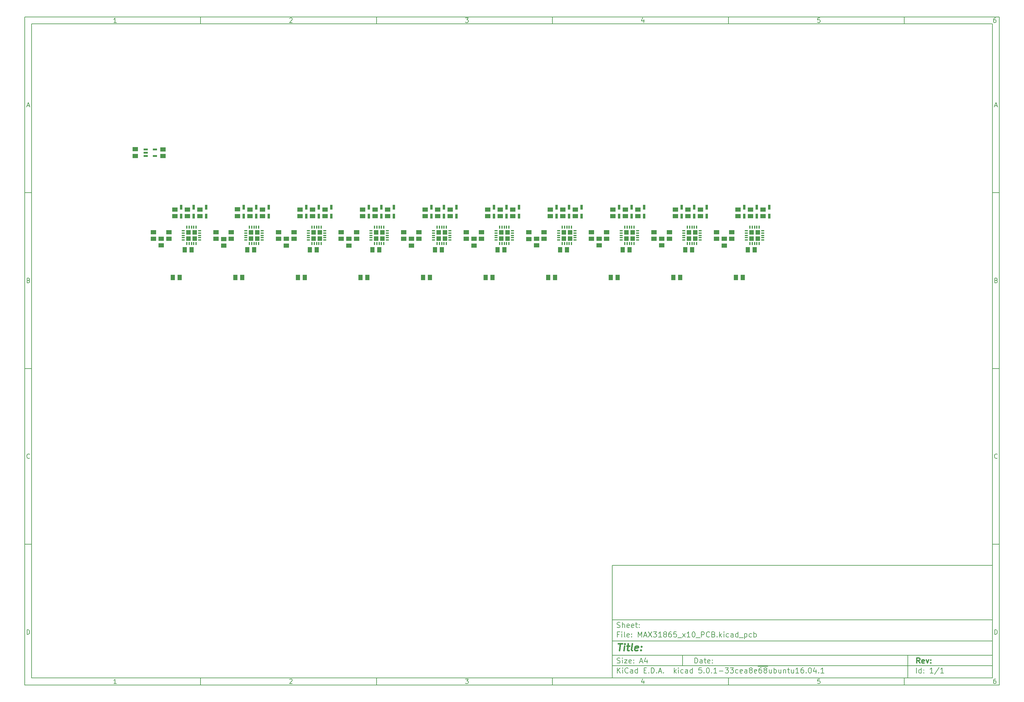
<source format=gbr>
G04 #@! TF.GenerationSoftware,KiCad,Pcbnew,5.0.1-33cea8e~68~ubuntu16.04.1*
G04 #@! TF.CreationDate,2018-10-23T13:55:12+02:00*
G04 #@! TF.ProjectId,MAX31865_x10_PCB,4D415833313836355F7831305F504342,rev?*
G04 #@! TF.SameCoordinates,Original*
G04 #@! TF.FileFunction,Paste,Top*
G04 #@! TF.FilePolarity,Positive*
%FSLAX46Y46*%
G04 Gerber Fmt 4.6, Leading zero omitted, Abs format (unit mm)*
G04 Created by KiCad (PCBNEW 5.0.1-33cea8e~68~ubuntu16.04.1) date Tue 23 Oct 2018 01:55:12 PM CEST*
%MOMM*%
%LPD*%
G01*
G04 APERTURE LIST*
%ADD10C,0.100000*%
%ADD11C,0.150000*%
%ADD12C,0.300000*%
%ADD13C,0.400000*%
%ADD14R,1.500000X1.240000*%
%ADD15R,1.240000X1.500000*%
%ADD16R,0.800000X1.350000*%
%ADD17R,1.200000X0.550000*%
%ADD18R,0.350000X0.950000*%
%ADD19R,0.950000X0.350000*%
G04 APERTURE END LIST*
D10*
D11*
X177002200Y-166007200D02*
X177002200Y-198007200D01*
X285002200Y-198007200D01*
X285002200Y-166007200D01*
X177002200Y-166007200D01*
D10*
D11*
X10000000Y-10000000D02*
X10000000Y-200007200D01*
X287002200Y-200007200D01*
X287002200Y-10000000D01*
X10000000Y-10000000D01*
D10*
D11*
X12000000Y-12000000D02*
X12000000Y-198007200D01*
X285002200Y-198007200D01*
X285002200Y-12000000D01*
X12000000Y-12000000D01*
D10*
D11*
X60000000Y-12000000D02*
X60000000Y-10000000D01*
D10*
D11*
X110000000Y-12000000D02*
X110000000Y-10000000D01*
D10*
D11*
X160000000Y-12000000D02*
X160000000Y-10000000D01*
D10*
D11*
X210000000Y-12000000D02*
X210000000Y-10000000D01*
D10*
D11*
X260000000Y-12000000D02*
X260000000Y-10000000D01*
D10*
D11*
X36065476Y-11588095D02*
X35322619Y-11588095D01*
X35694047Y-11588095D02*
X35694047Y-10288095D01*
X35570238Y-10473809D01*
X35446428Y-10597619D01*
X35322619Y-10659523D01*
D10*
D11*
X85322619Y-10411904D02*
X85384523Y-10350000D01*
X85508333Y-10288095D01*
X85817857Y-10288095D01*
X85941666Y-10350000D01*
X86003571Y-10411904D01*
X86065476Y-10535714D01*
X86065476Y-10659523D01*
X86003571Y-10845238D01*
X85260714Y-11588095D01*
X86065476Y-11588095D01*
D10*
D11*
X135260714Y-10288095D02*
X136065476Y-10288095D01*
X135632142Y-10783333D01*
X135817857Y-10783333D01*
X135941666Y-10845238D01*
X136003571Y-10907142D01*
X136065476Y-11030952D01*
X136065476Y-11340476D01*
X136003571Y-11464285D01*
X135941666Y-11526190D01*
X135817857Y-11588095D01*
X135446428Y-11588095D01*
X135322619Y-11526190D01*
X135260714Y-11464285D01*
D10*
D11*
X185941666Y-10721428D02*
X185941666Y-11588095D01*
X185632142Y-10226190D02*
X185322619Y-11154761D01*
X186127380Y-11154761D01*
D10*
D11*
X236003571Y-10288095D02*
X235384523Y-10288095D01*
X235322619Y-10907142D01*
X235384523Y-10845238D01*
X235508333Y-10783333D01*
X235817857Y-10783333D01*
X235941666Y-10845238D01*
X236003571Y-10907142D01*
X236065476Y-11030952D01*
X236065476Y-11340476D01*
X236003571Y-11464285D01*
X235941666Y-11526190D01*
X235817857Y-11588095D01*
X235508333Y-11588095D01*
X235384523Y-11526190D01*
X235322619Y-11464285D01*
D10*
D11*
X285941666Y-10288095D02*
X285694047Y-10288095D01*
X285570238Y-10350000D01*
X285508333Y-10411904D01*
X285384523Y-10597619D01*
X285322619Y-10845238D01*
X285322619Y-11340476D01*
X285384523Y-11464285D01*
X285446428Y-11526190D01*
X285570238Y-11588095D01*
X285817857Y-11588095D01*
X285941666Y-11526190D01*
X286003571Y-11464285D01*
X286065476Y-11340476D01*
X286065476Y-11030952D01*
X286003571Y-10907142D01*
X285941666Y-10845238D01*
X285817857Y-10783333D01*
X285570238Y-10783333D01*
X285446428Y-10845238D01*
X285384523Y-10907142D01*
X285322619Y-11030952D01*
D10*
D11*
X60000000Y-198007200D02*
X60000000Y-200007200D01*
D10*
D11*
X110000000Y-198007200D02*
X110000000Y-200007200D01*
D10*
D11*
X160000000Y-198007200D02*
X160000000Y-200007200D01*
D10*
D11*
X210000000Y-198007200D02*
X210000000Y-200007200D01*
D10*
D11*
X260000000Y-198007200D02*
X260000000Y-200007200D01*
D10*
D11*
X36065476Y-199595295D02*
X35322619Y-199595295D01*
X35694047Y-199595295D02*
X35694047Y-198295295D01*
X35570238Y-198481009D01*
X35446428Y-198604819D01*
X35322619Y-198666723D01*
D10*
D11*
X85322619Y-198419104D02*
X85384523Y-198357200D01*
X85508333Y-198295295D01*
X85817857Y-198295295D01*
X85941666Y-198357200D01*
X86003571Y-198419104D01*
X86065476Y-198542914D01*
X86065476Y-198666723D01*
X86003571Y-198852438D01*
X85260714Y-199595295D01*
X86065476Y-199595295D01*
D10*
D11*
X135260714Y-198295295D02*
X136065476Y-198295295D01*
X135632142Y-198790533D01*
X135817857Y-198790533D01*
X135941666Y-198852438D01*
X136003571Y-198914342D01*
X136065476Y-199038152D01*
X136065476Y-199347676D01*
X136003571Y-199471485D01*
X135941666Y-199533390D01*
X135817857Y-199595295D01*
X135446428Y-199595295D01*
X135322619Y-199533390D01*
X135260714Y-199471485D01*
D10*
D11*
X185941666Y-198728628D02*
X185941666Y-199595295D01*
X185632142Y-198233390D02*
X185322619Y-199161961D01*
X186127380Y-199161961D01*
D10*
D11*
X236003571Y-198295295D02*
X235384523Y-198295295D01*
X235322619Y-198914342D01*
X235384523Y-198852438D01*
X235508333Y-198790533D01*
X235817857Y-198790533D01*
X235941666Y-198852438D01*
X236003571Y-198914342D01*
X236065476Y-199038152D01*
X236065476Y-199347676D01*
X236003571Y-199471485D01*
X235941666Y-199533390D01*
X235817857Y-199595295D01*
X235508333Y-199595295D01*
X235384523Y-199533390D01*
X235322619Y-199471485D01*
D10*
D11*
X285941666Y-198295295D02*
X285694047Y-198295295D01*
X285570238Y-198357200D01*
X285508333Y-198419104D01*
X285384523Y-198604819D01*
X285322619Y-198852438D01*
X285322619Y-199347676D01*
X285384523Y-199471485D01*
X285446428Y-199533390D01*
X285570238Y-199595295D01*
X285817857Y-199595295D01*
X285941666Y-199533390D01*
X286003571Y-199471485D01*
X286065476Y-199347676D01*
X286065476Y-199038152D01*
X286003571Y-198914342D01*
X285941666Y-198852438D01*
X285817857Y-198790533D01*
X285570238Y-198790533D01*
X285446428Y-198852438D01*
X285384523Y-198914342D01*
X285322619Y-199038152D01*
D10*
D11*
X10000000Y-60000000D02*
X12000000Y-60000000D01*
D10*
D11*
X10000000Y-110000000D02*
X12000000Y-110000000D01*
D10*
D11*
X10000000Y-160000000D02*
X12000000Y-160000000D01*
D10*
D11*
X10690476Y-35216666D02*
X11309523Y-35216666D01*
X10566666Y-35588095D02*
X11000000Y-34288095D01*
X11433333Y-35588095D01*
D10*
D11*
X11092857Y-84907142D02*
X11278571Y-84969047D01*
X11340476Y-85030952D01*
X11402380Y-85154761D01*
X11402380Y-85340476D01*
X11340476Y-85464285D01*
X11278571Y-85526190D01*
X11154761Y-85588095D01*
X10659523Y-85588095D01*
X10659523Y-84288095D01*
X11092857Y-84288095D01*
X11216666Y-84350000D01*
X11278571Y-84411904D01*
X11340476Y-84535714D01*
X11340476Y-84659523D01*
X11278571Y-84783333D01*
X11216666Y-84845238D01*
X11092857Y-84907142D01*
X10659523Y-84907142D01*
D10*
D11*
X11402380Y-135464285D02*
X11340476Y-135526190D01*
X11154761Y-135588095D01*
X11030952Y-135588095D01*
X10845238Y-135526190D01*
X10721428Y-135402380D01*
X10659523Y-135278571D01*
X10597619Y-135030952D01*
X10597619Y-134845238D01*
X10659523Y-134597619D01*
X10721428Y-134473809D01*
X10845238Y-134350000D01*
X11030952Y-134288095D01*
X11154761Y-134288095D01*
X11340476Y-134350000D01*
X11402380Y-134411904D01*
D10*
D11*
X10659523Y-185588095D02*
X10659523Y-184288095D01*
X10969047Y-184288095D01*
X11154761Y-184350000D01*
X11278571Y-184473809D01*
X11340476Y-184597619D01*
X11402380Y-184845238D01*
X11402380Y-185030952D01*
X11340476Y-185278571D01*
X11278571Y-185402380D01*
X11154761Y-185526190D01*
X10969047Y-185588095D01*
X10659523Y-185588095D01*
D10*
D11*
X287002200Y-60000000D02*
X285002200Y-60000000D01*
D10*
D11*
X287002200Y-110000000D02*
X285002200Y-110000000D01*
D10*
D11*
X287002200Y-160000000D02*
X285002200Y-160000000D01*
D10*
D11*
X285692676Y-35216666D02*
X286311723Y-35216666D01*
X285568866Y-35588095D02*
X286002200Y-34288095D01*
X286435533Y-35588095D01*
D10*
D11*
X286095057Y-84907142D02*
X286280771Y-84969047D01*
X286342676Y-85030952D01*
X286404580Y-85154761D01*
X286404580Y-85340476D01*
X286342676Y-85464285D01*
X286280771Y-85526190D01*
X286156961Y-85588095D01*
X285661723Y-85588095D01*
X285661723Y-84288095D01*
X286095057Y-84288095D01*
X286218866Y-84350000D01*
X286280771Y-84411904D01*
X286342676Y-84535714D01*
X286342676Y-84659523D01*
X286280771Y-84783333D01*
X286218866Y-84845238D01*
X286095057Y-84907142D01*
X285661723Y-84907142D01*
D10*
D11*
X286404580Y-135464285D02*
X286342676Y-135526190D01*
X286156961Y-135588095D01*
X286033152Y-135588095D01*
X285847438Y-135526190D01*
X285723628Y-135402380D01*
X285661723Y-135278571D01*
X285599819Y-135030952D01*
X285599819Y-134845238D01*
X285661723Y-134597619D01*
X285723628Y-134473809D01*
X285847438Y-134350000D01*
X286033152Y-134288095D01*
X286156961Y-134288095D01*
X286342676Y-134350000D01*
X286404580Y-134411904D01*
D10*
D11*
X285661723Y-185588095D02*
X285661723Y-184288095D01*
X285971247Y-184288095D01*
X286156961Y-184350000D01*
X286280771Y-184473809D01*
X286342676Y-184597619D01*
X286404580Y-184845238D01*
X286404580Y-185030952D01*
X286342676Y-185278571D01*
X286280771Y-185402380D01*
X286156961Y-185526190D01*
X285971247Y-185588095D01*
X285661723Y-185588095D01*
D10*
D11*
X200434342Y-193785771D02*
X200434342Y-192285771D01*
X200791485Y-192285771D01*
X201005771Y-192357200D01*
X201148628Y-192500057D01*
X201220057Y-192642914D01*
X201291485Y-192928628D01*
X201291485Y-193142914D01*
X201220057Y-193428628D01*
X201148628Y-193571485D01*
X201005771Y-193714342D01*
X200791485Y-193785771D01*
X200434342Y-193785771D01*
X202577200Y-193785771D02*
X202577200Y-193000057D01*
X202505771Y-192857200D01*
X202362914Y-192785771D01*
X202077200Y-192785771D01*
X201934342Y-192857200D01*
X202577200Y-193714342D02*
X202434342Y-193785771D01*
X202077200Y-193785771D01*
X201934342Y-193714342D01*
X201862914Y-193571485D01*
X201862914Y-193428628D01*
X201934342Y-193285771D01*
X202077200Y-193214342D01*
X202434342Y-193214342D01*
X202577200Y-193142914D01*
X203077200Y-192785771D02*
X203648628Y-192785771D01*
X203291485Y-192285771D02*
X203291485Y-193571485D01*
X203362914Y-193714342D01*
X203505771Y-193785771D01*
X203648628Y-193785771D01*
X204720057Y-193714342D02*
X204577200Y-193785771D01*
X204291485Y-193785771D01*
X204148628Y-193714342D01*
X204077200Y-193571485D01*
X204077200Y-193000057D01*
X204148628Y-192857200D01*
X204291485Y-192785771D01*
X204577200Y-192785771D01*
X204720057Y-192857200D01*
X204791485Y-193000057D01*
X204791485Y-193142914D01*
X204077200Y-193285771D01*
X205434342Y-193642914D02*
X205505771Y-193714342D01*
X205434342Y-193785771D01*
X205362914Y-193714342D01*
X205434342Y-193642914D01*
X205434342Y-193785771D01*
X205434342Y-192857200D02*
X205505771Y-192928628D01*
X205434342Y-193000057D01*
X205362914Y-192928628D01*
X205434342Y-192857200D01*
X205434342Y-193000057D01*
D10*
D11*
X177002200Y-194507200D02*
X285002200Y-194507200D01*
D10*
D11*
X178434342Y-196585771D02*
X178434342Y-195085771D01*
X179291485Y-196585771D02*
X178648628Y-195728628D01*
X179291485Y-195085771D02*
X178434342Y-195942914D01*
X179934342Y-196585771D02*
X179934342Y-195585771D01*
X179934342Y-195085771D02*
X179862914Y-195157200D01*
X179934342Y-195228628D01*
X180005771Y-195157200D01*
X179934342Y-195085771D01*
X179934342Y-195228628D01*
X181505771Y-196442914D02*
X181434342Y-196514342D01*
X181220057Y-196585771D01*
X181077200Y-196585771D01*
X180862914Y-196514342D01*
X180720057Y-196371485D01*
X180648628Y-196228628D01*
X180577200Y-195942914D01*
X180577200Y-195728628D01*
X180648628Y-195442914D01*
X180720057Y-195300057D01*
X180862914Y-195157200D01*
X181077200Y-195085771D01*
X181220057Y-195085771D01*
X181434342Y-195157200D01*
X181505771Y-195228628D01*
X182791485Y-196585771D02*
X182791485Y-195800057D01*
X182720057Y-195657200D01*
X182577200Y-195585771D01*
X182291485Y-195585771D01*
X182148628Y-195657200D01*
X182791485Y-196514342D02*
X182648628Y-196585771D01*
X182291485Y-196585771D01*
X182148628Y-196514342D01*
X182077200Y-196371485D01*
X182077200Y-196228628D01*
X182148628Y-196085771D01*
X182291485Y-196014342D01*
X182648628Y-196014342D01*
X182791485Y-195942914D01*
X184148628Y-196585771D02*
X184148628Y-195085771D01*
X184148628Y-196514342D02*
X184005771Y-196585771D01*
X183720057Y-196585771D01*
X183577200Y-196514342D01*
X183505771Y-196442914D01*
X183434342Y-196300057D01*
X183434342Y-195871485D01*
X183505771Y-195728628D01*
X183577200Y-195657200D01*
X183720057Y-195585771D01*
X184005771Y-195585771D01*
X184148628Y-195657200D01*
X186005771Y-195800057D02*
X186505771Y-195800057D01*
X186720057Y-196585771D02*
X186005771Y-196585771D01*
X186005771Y-195085771D01*
X186720057Y-195085771D01*
X187362914Y-196442914D02*
X187434342Y-196514342D01*
X187362914Y-196585771D01*
X187291485Y-196514342D01*
X187362914Y-196442914D01*
X187362914Y-196585771D01*
X188077200Y-196585771D02*
X188077200Y-195085771D01*
X188434342Y-195085771D01*
X188648628Y-195157200D01*
X188791485Y-195300057D01*
X188862914Y-195442914D01*
X188934342Y-195728628D01*
X188934342Y-195942914D01*
X188862914Y-196228628D01*
X188791485Y-196371485D01*
X188648628Y-196514342D01*
X188434342Y-196585771D01*
X188077200Y-196585771D01*
X189577200Y-196442914D02*
X189648628Y-196514342D01*
X189577200Y-196585771D01*
X189505771Y-196514342D01*
X189577200Y-196442914D01*
X189577200Y-196585771D01*
X190220057Y-196157200D02*
X190934342Y-196157200D01*
X190077200Y-196585771D02*
X190577200Y-195085771D01*
X191077200Y-196585771D01*
X191577200Y-196442914D02*
X191648628Y-196514342D01*
X191577200Y-196585771D01*
X191505771Y-196514342D01*
X191577200Y-196442914D01*
X191577200Y-196585771D01*
X194577200Y-196585771D02*
X194577200Y-195085771D01*
X194720057Y-196014342D02*
X195148628Y-196585771D01*
X195148628Y-195585771D02*
X194577200Y-196157200D01*
X195791485Y-196585771D02*
X195791485Y-195585771D01*
X195791485Y-195085771D02*
X195720057Y-195157200D01*
X195791485Y-195228628D01*
X195862914Y-195157200D01*
X195791485Y-195085771D01*
X195791485Y-195228628D01*
X197148628Y-196514342D02*
X197005771Y-196585771D01*
X196720057Y-196585771D01*
X196577200Y-196514342D01*
X196505771Y-196442914D01*
X196434342Y-196300057D01*
X196434342Y-195871485D01*
X196505771Y-195728628D01*
X196577200Y-195657200D01*
X196720057Y-195585771D01*
X197005771Y-195585771D01*
X197148628Y-195657200D01*
X198434342Y-196585771D02*
X198434342Y-195800057D01*
X198362914Y-195657200D01*
X198220057Y-195585771D01*
X197934342Y-195585771D01*
X197791485Y-195657200D01*
X198434342Y-196514342D02*
X198291485Y-196585771D01*
X197934342Y-196585771D01*
X197791485Y-196514342D01*
X197720057Y-196371485D01*
X197720057Y-196228628D01*
X197791485Y-196085771D01*
X197934342Y-196014342D01*
X198291485Y-196014342D01*
X198434342Y-195942914D01*
X199791485Y-196585771D02*
X199791485Y-195085771D01*
X199791485Y-196514342D02*
X199648628Y-196585771D01*
X199362914Y-196585771D01*
X199220057Y-196514342D01*
X199148628Y-196442914D01*
X199077200Y-196300057D01*
X199077200Y-195871485D01*
X199148628Y-195728628D01*
X199220057Y-195657200D01*
X199362914Y-195585771D01*
X199648628Y-195585771D01*
X199791485Y-195657200D01*
X202362914Y-195085771D02*
X201648628Y-195085771D01*
X201577200Y-195800057D01*
X201648628Y-195728628D01*
X201791485Y-195657200D01*
X202148628Y-195657200D01*
X202291485Y-195728628D01*
X202362914Y-195800057D01*
X202434342Y-195942914D01*
X202434342Y-196300057D01*
X202362914Y-196442914D01*
X202291485Y-196514342D01*
X202148628Y-196585771D01*
X201791485Y-196585771D01*
X201648628Y-196514342D01*
X201577200Y-196442914D01*
X203077200Y-196442914D02*
X203148628Y-196514342D01*
X203077200Y-196585771D01*
X203005771Y-196514342D01*
X203077200Y-196442914D01*
X203077200Y-196585771D01*
X204077200Y-195085771D02*
X204220057Y-195085771D01*
X204362914Y-195157200D01*
X204434342Y-195228628D01*
X204505771Y-195371485D01*
X204577200Y-195657200D01*
X204577200Y-196014342D01*
X204505771Y-196300057D01*
X204434342Y-196442914D01*
X204362914Y-196514342D01*
X204220057Y-196585771D01*
X204077200Y-196585771D01*
X203934342Y-196514342D01*
X203862914Y-196442914D01*
X203791485Y-196300057D01*
X203720057Y-196014342D01*
X203720057Y-195657200D01*
X203791485Y-195371485D01*
X203862914Y-195228628D01*
X203934342Y-195157200D01*
X204077200Y-195085771D01*
X205220057Y-196442914D02*
X205291485Y-196514342D01*
X205220057Y-196585771D01*
X205148628Y-196514342D01*
X205220057Y-196442914D01*
X205220057Y-196585771D01*
X206720057Y-196585771D02*
X205862914Y-196585771D01*
X206291485Y-196585771D02*
X206291485Y-195085771D01*
X206148628Y-195300057D01*
X206005771Y-195442914D01*
X205862914Y-195514342D01*
X207362914Y-196014342D02*
X208505771Y-196014342D01*
X209077200Y-195085771D02*
X210005771Y-195085771D01*
X209505771Y-195657200D01*
X209720057Y-195657200D01*
X209862914Y-195728628D01*
X209934342Y-195800057D01*
X210005771Y-195942914D01*
X210005771Y-196300057D01*
X209934342Y-196442914D01*
X209862914Y-196514342D01*
X209720057Y-196585771D01*
X209291485Y-196585771D01*
X209148628Y-196514342D01*
X209077200Y-196442914D01*
X210505771Y-195085771D02*
X211434342Y-195085771D01*
X210934342Y-195657200D01*
X211148628Y-195657200D01*
X211291485Y-195728628D01*
X211362914Y-195800057D01*
X211434342Y-195942914D01*
X211434342Y-196300057D01*
X211362914Y-196442914D01*
X211291485Y-196514342D01*
X211148628Y-196585771D01*
X210720057Y-196585771D01*
X210577200Y-196514342D01*
X210505771Y-196442914D01*
X212720057Y-196514342D02*
X212577200Y-196585771D01*
X212291485Y-196585771D01*
X212148628Y-196514342D01*
X212077200Y-196442914D01*
X212005771Y-196300057D01*
X212005771Y-195871485D01*
X212077200Y-195728628D01*
X212148628Y-195657200D01*
X212291485Y-195585771D01*
X212577200Y-195585771D01*
X212720057Y-195657200D01*
X213934342Y-196514342D02*
X213791485Y-196585771D01*
X213505771Y-196585771D01*
X213362914Y-196514342D01*
X213291485Y-196371485D01*
X213291485Y-195800057D01*
X213362914Y-195657200D01*
X213505771Y-195585771D01*
X213791485Y-195585771D01*
X213934342Y-195657200D01*
X214005771Y-195800057D01*
X214005771Y-195942914D01*
X213291485Y-196085771D01*
X215291485Y-196585771D02*
X215291485Y-195800057D01*
X215220057Y-195657200D01*
X215077200Y-195585771D01*
X214791485Y-195585771D01*
X214648628Y-195657200D01*
X215291485Y-196514342D02*
X215148628Y-196585771D01*
X214791485Y-196585771D01*
X214648628Y-196514342D01*
X214577200Y-196371485D01*
X214577200Y-196228628D01*
X214648628Y-196085771D01*
X214791485Y-196014342D01*
X215148628Y-196014342D01*
X215291485Y-195942914D01*
X216220057Y-195728628D02*
X216077200Y-195657200D01*
X216005771Y-195585771D01*
X215934342Y-195442914D01*
X215934342Y-195371485D01*
X216005771Y-195228628D01*
X216077200Y-195157200D01*
X216220057Y-195085771D01*
X216505771Y-195085771D01*
X216648628Y-195157200D01*
X216720057Y-195228628D01*
X216791485Y-195371485D01*
X216791485Y-195442914D01*
X216720057Y-195585771D01*
X216648628Y-195657200D01*
X216505771Y-195728628D01*
X216220057Y-195728628D01*
X216077200Y-195800057D01*
X216005771Y-195871485D01*
X215934342Y-196014342D01*
X215934342Y-196300057D01*
X216005771Y-196442914D01*
X216077200Y-196514342D01*
X216220057Y-196585771D01*
X216505771Y-196585771D01*
X216648628Y-196514342D01*
X216720057Y-196442914D01*
X216791485Y-196300057D01*
X216791485Y-196014342D01*
X216720057Y-195871485D01*
X216648628Y-195800057D01*
X216505771Y-195728628D01*
X218005771Y-196514342D02*
X217862914Y-196585771D01*
X217577200Y-196585771D01*
X217434342Y-196514342D01*
X217362914Y-196371485D01*
X217362914Y-195800057D01*
X217434342Y-195657200D01*
X217577200Y-195585771D01*
X217862914Y-195585771D01*
X218005771Y-195657200D01*
X218077200Y-195800057D01*
X218077200Y-195942914D01*
X217362914Y-196085771D01*
X218362914Y-194677200D02*
X219791485Y-194677200D01*
X219362914Y-195085771D02*
X219077200Y-195085771D01*
X218934342Y-195157200D01*
X218862914Y-195228628D01*
X218720057Y-195442914D01*
X218648628Y-195728628D01*
X218648628Y-196300057D01*
X218720057Y-196442914D01*
X218791485Y-196514342D01*
X218934342Y-196585771D01*
X219220057Y-196585771D01*
X219362914Y-196514342D01*
X219434342Y-196442914D01*
X219505771Y-196300057D01*
X219505771Y-195942914D01*
X219434342Y-195800057D01*
X219362914Y-195728628D01*
X219220057Y-195657200D01*
X218934342Y-195657200D01*
X218791485Y-195728628D01*
X218720057Y-195800057D01*
X218648628Y-195942914D01*
X219791485Y-194677200D02*
X221220057Y-194677200D01*
X220362914Y-195728628D02*
X220220057Y-195657200D01*
X220148628Y-195585771D01*
X220077200Y-195442914D01*
X220077200Y-195371485D01*
X220148628Y-195228628D01*
X220220057Y-195157200D01*
X220362914Y-195085771D01*
X220648628Y-195085771D01*
X220791485Y-195157200D01*
X220862914Y-195228628D01*
X220934342Y-195371485D01*
X220934342Y-195442914D01*
X220862914Y-195585771D01*
X220791485Y-195657200D01*
X220648628Y-195728628D01*
X220362914Y-195728628D01*
X220220057Y-195800057D01*
X220148628Y-195871485D01*
X220077200Y-196014342D01*
X220077200Y-196300057D01*
X220148628Y-196442914D01*
X220220057Y-196514342D01*
X220362914Y-196585771D01*
X220648628Y-196585771D01*
X220791485Y-196514342D01*
X220862914Y-196442914D01*
X220934342Y-196300057D01*
X220934342Y-196014342D01*
X220862914Y-195871485D01*
X220791485Y-195800057D01*
X220648628Y-195728628D01*
X222220057Y-195585771D02*
X222220057Y-196585771D01*
X221577200Y-195585771D02*
X221577200Y-196371485D01*
X221648628Y-196514342D01*
X221791485Y-196585771D01*
X222005771Y-196585771D01*
X222148628Y-196514342D01*
X222220057Y-196442914D01*
X222934342Y-196585771D02*
X222934342Y-195085771D01*
X222934342Y-195657200D02*
X223077200Y-195585771D01*
X223362914Y-195585771D01*
X223505771Y-195657200D01*
X223577200Y-195728628D01*
X223648628Y-195871485D01*
X223648628Y-196300057D01*
X223577200Y-196442914D01*
X223505771Y-196514342D01*
X223362914Y-196585771D01*
X223077200Y-196585771D01*
X222934342Y-196514342D01*
X224934342Y-195585771D02*
X224934342Y-196585771D01*
X224291485Y-195585771D02*
X224291485Y-196371485D01*
X224362914Y-196514342D01*
X224505771Y-196585771D01*
X224720057Y-196585771D01*
X224862914Y-196514342D01*
X224934342Y-196442914D01*
X225648628Y-195585771D02*
X225648628Y-196585771D01*
X225648628Y-195728628D02*
X225720057Y-195657200D01*
X225862914Y-195585771D01*
X226077200Y-195585771D01*
X226220057Y-195657200D01*
X226291485Y-195800057D01*
X226291485Y-196585771D01*
X226791485Y-195585771D02*
X227362914Y-195585771D01*
X227005771Y-195085771D02*
X227005771Y-196371485D01*
X227077200Y-196514342D01*
X227220057Y-196585771D01*
X227362914Y-196585771D01*
X228505771Y-195585771D02*
X228505771Y-196585771D01*
X227862914Y-195585771D02*
X227862914Y-196371485D01*
X227934342Y-196514342D01*
X228077200Y-196585771D01*
X228291485Y-196585771D01*
X228434342Y-196514342D01*
X228505771Y-196442914D01*
X230005771Y-196585771D02*
X229148628Y-196585771D01*
X229577200Y-196585771D02*
X229577200Y-195085771D01*
X229434342Y-195300057D01*
X229291485Y-195442914D01*
X229148628Y-195514342D01*
X231291485Y-195085771D02*
X231005771Y-195085771D01*
X230862914Y-195157200D01*
X230791485Y-195228628D01*
X230648628Y-195442914D01*
X230577200Y-195728628D01*
X230577200Y-196300057D01*
X230648628Y-196442914D01*
X230720057Y-196514342D01*
X230862914Y-196585771D01*
X231148628Y-196585771D01*
X231291485Y-196514342D01*
X231362914Y-196442914D01*
X231434342Y-196300057D01*
X231434342Y-195942914D01*
X231362914Y-195800057D01*
X231291485Y-195728628D01*
X231148628Y-195657200D01*
X230862914Y-195657200D01*
X230720057Y-195728628D01*
X230648628Y-195800057D01*
X230577200Y-195942914D01*
X232077200Y-196442914D02*
X232148628Y-196514342D01*
X232077200Y-196585771D01*
X232005771Y-196514342D01*
X232077200Y-196442914D01*
X232077200Y-196585771D01*
X233077200Y-195085771D02*
X233220057Y-195085771D01*
X233362914Y-195157200D01*
X233434342Y-195228628D01*
X233505771Y-195371485D01*
X233577200Y-195657200D01*
X233577200Y-196014342D01*
X233505771Y-196300057D01*
X233434342Y-196442914D01*
X233362914Y-196514342D01*
X233220057Y-196585771D01*
X233077200Y-196585771D01*
X232934342Y-196514342D01*
X232862914Y-196442914D01*
X232791485Y-196300057D01*
X232720057Y-196014342D01*
X232720057Y-195657200D01*
X232791485Y-195371485D01*
X232862914Y-195228628D01*
X232934342Y-195157200D01*
X233077200Y-195085771D01*
X234862914Y-195585771D02*
X234862914Y-196585771D01*
X234505771Y-195014342D02*
X234148628Y-196085771D01*
X235077200Y-196085771D01*
X235648628Y-196442914D02*
X235720057Y-196514342D01*
X235648628Y-196585771D01*
X235577199Y-196514342D01*
X235648628Y-196442914D01*
X235648628Y-196585771D01*
X237148628Y-196585771D02*
X236291485Y-196585771D01*
X236720057Y-196585771D02*
X236720057Y-195085771D01*
X236577200Y-195300057D01*
X236434342Y-195442914D01*
X236291485Y-195514342D01*
D10*
D11*
X177002200Y-191507200D02*
X285002200Y-191507200D01*
D10*
D12*
X264411485Y-193785771D02*
X263911485Y-193071485D01*
X263554342Y-193785771D02*
X263554342Y-192285771D01*
X264125771Y-192285771D01*
X264268628Y-192357200D01*
X264340057Y-192428628D01*
X264411485Y-192571485D01*
X264411485Y-192785771D01*
X264340057Y-192928628D01*
X264268628Y-193000057D01*
X264125771Y-193071485D01*
X263554342Y-193071485D01*
X265625771Y-193714342D02*
X265482914Y-193785771D01*
X265197200Y-193785771D01*
X265054342Y-193714342D01*
X264982914Y-193571485D01*
X264982914Y-193000057D01*
X265054342Y-192857200D01*
X265197200Y-192785771D01*
X265482914Y-192785771D01*
X265625771Y-192857200D01*
X265697200Y-193000057D01*
X265697200Y-193142914D01*
X264982914Y-193285771D01*
X266197200Y-192785771D02*
X266554342Y-193785771D01*
X266911485Y-192785771D01*
X267482914Y-193642914D02*
X267554342Y-193714342D01*
X267482914Y-193785771D01*
X267411485Y-193714342D01*
X267482914Y-193642914D01*
X267482914Y-193785771D01*
X267482914Y-192857200D02*
X267554342Y-192928628D01*
X267482914Y-193000057D01*
X267411485Y-192928628D01*
X267482914Y-192857200D01*
X267482914Y-193000057D01*
D10*
D11*
X178362914Y-193714342D02*
X178577200Y-193785771D01*
X178934342Y-193785771D01*
X179077200Y-193714342D01*
X179148628Y-193642914D01*
X179220057Y-193500057D01*
X179220057Y-193357200D01*
X179148628Y-193214342D01*
X179077200Y-193142914D01*
X178934342Y-193071485D01*
X178648628Y-193000057D01*
X178505771Y-192928628D01*
X178434342Y-192857200D01*
X178362914Y-192714342D01*
X178362914Y-192571485D01*
X178434342Y-192428628D01*
X178505771Y-192357200D01*
X178648628Y-192285771D01*
X179005771Y-192285771D01*
X179220057Y-192357200D01*
X179862914Y-193785771D02*
X179862914Y-192785771D01*
X179862914Y-192285771D02*
X179791485Y-192357200D01*
X179862914Y-192428628D01*
X179934342Y-192357200D01*
X179862914Y-192285771D01*
X179862914Y-192428628D01*
X180434342Y-192785771D02*
X181220057Y-192785771D01*
X180434342Y-193785771D01*
X181220057Y-193785771D01*
X182362914Y-193714342D02*
X182220057Y-193785771D01*
X181934342Y-193785771D01*
X181791485Y-193714342D01*
X181720057Y-193571485D01*
X181720057Y-193000057D01*
X181791485Y-192857200D01*
X181934342Y-192785771D01*
X182220057Y-192785771D01*
X182362914Y-192857200D01*
X182434342Y-193000057D01*
X182434342Y-193142914D01*
X181720057Y-193285771D01*
X183077200Y-193642914D02*
X183148628Y-193714342D01*
X183077200Y-193785771D01*
X183005771Y-193714342D01*
X183077200Y-193642914D01*
X183077200Y-193785771D01*
X183077200Y-192857200D02*
X183148628Y-192928628D01*
X183077200Y-193000057D01*
X183005771Y-192928628D01*
X183077200Y-192857200D01*
X183077200Y-193000057D01*
X184862914Y-193357200D02*
X185577200Y-193357200D01*
X184720057Y-193785771D02*
X185220057Y-192285771D01*
X185720057Y-193785771D01*
X186862914Y-192785771D02*
X186862914Y-193785771D01*
X186505771Y-192214342D02*
X186148628Y-193285771D01*
X187077200Y-193285771D01*
D10*
D11*
X263434342Y-196585771D02*
X263434342Y-195085771D01*
X264791485Y-196585771D02*
X264791485Y-195085771D01*
X264791485Y-196514342D02*
X264648628Y-196585771D01*
X264362914Y-196585771D01*
X264220057Y-196514342D01*
X264148628Y-196442914D01*
X264077200Y-196300057D01*
X264077200Y-195871485D01*
X264148628Y-195728628D01*
X264220057Y-195657200D01*
X264362914Y-195585771D01*
X264648628Y-195585771D01*
X264791485Y-195657200D01*
X265505771Y-196442914D02*
X265577200Y-196514342D01*
X265505771Y-196585771D01*
X265434342Y-196514342D01*
X265505771Y-196442914D01*
X265505771Y-196585771D01*
X265505771Y-195657200D02*
X265577200Y-195728628D01*
X265505771Y-195800057D01*
X265434342Y-195728628D01*
X265505771Y-195657200D01*
X265505771Y-195800057D01*
X268148628Y-196585771D02*
X267291485Y-196585771D01*
X267720057Y-196585771D02*
X267720057Y-195085771D01*
X267577200Y-195300057D01*
X267434342Y-195442914D01*
X267291485Y-195514342D01*
X269862914Y-195014342D02*
X268577200Y-196942914D01*
X271148628Y-196585771D02*
X270291485Y-196585771D01*
X270720057Y-196585771D02*
X270720057Y-195085771D01*
X270577200Y-195300057D01*
X270434342Y-195442914D01*
X270291485Y-195514342D01*
D10*
D11*
X177002200Y-187507200D02*
X285002200Y-187507200D01*
D10*
D13*
X178714580Y-188211961D02*
X179857438Y-188211961D01*
X179036009Y-190211961D02*
X179286009Y-188211961D01*
X180274104Y-190211961D02*
X180440771Y-188878628D01*
X180524104Y-188211961D02*
X180416961Y-188307200D01*
X180500295Y-188402438D01*
X180607438Y-188307200D01*
X180524104Y-188211961D01*
X180500295Y-188402438D01*
X181107438Y-188878628D02*
X181869342Y-188878628D01*
X181476485Y-188211961D02*
X181262200Y-189926247D01*
X181333628Y-190116723D01*
X181512200Y-190211961D01*
X181702676Y-190211961D01*
X182655057Y-190211961D02*
X182476485Y-190116723D01*
X182405057Y-189926247D01*
X182619342Y-188211961D01*
X184190771Y-190116723D02*
X183988390Y-190211961D01*
X183607438Y-190211961D01*
X183428866Y-190116723D01*
X183357438Y-189926247D01*
X183452676Y-189164342D01*
X183571723Y-188973866D01*
X183774104Y-188878628D01*
X184155057Y-188878628D01*
X184333628Y-188973866D01*
X184405057Y-189164342D01*
X184381247Y-189354819D01*
X183405057Y-189545295D01*
X185155057Y-190021485D02*
X185238390Y-190116723D01*
X185131247Y-190211961D01*
X185047914Y-190116723D01*
X185155057Y-190021485D01*
X185131247Y-190211961D01*
X185286009Y-188973866D02*
X185369342Y-189069104D01*
X185262200Y-189164342D01*
X185178866Y-189069104D01*
X185286009Y-188973866D01*
X185262200Y-189164342D01*
D10*
D11*
X178934342Y-185600057D02*
X178434342Y-185600057D01*
X178434342Y-186385771D02*
X178434342Y-184885771D01*
X179148628Y-184885771D01*
X179720057Y-186385771D02*
X179720057Y-185385771D01*
X179720057Y-184885771D02*
X179648628Y-184957200D01*
X179720057Y-185028628D01*
X179791485Y-184957200D01*
X179720057Y-184885771D01*
X179720057Y-185028628D01*
X180648628Y-186385771D02*
X180505771Y-186314342D01*
X180434342Y-186171485D01*
X180434342Y-184885771D01*
X181791485Y-186314342D02*
X181648628Y-186385771D01*
X181362914Y-186385771D01*
X181220057Y-186314342D01*
X181148628Y-186171485D01*
X181148628Y-185600057D01*
X181220057Y-185457200D01*
X181362914Y-185385771D01*
X181648628Y-185385771D01*
X181791485Y-185457200D01*
X181862914Y-185600057D01*
X181862914Y-185742914D01*
X181148628Y-185885771D01*
X182505771Y-186242914D02*
X182577200Y-186314342D01*
X182505771Y-186385771D01*
X182434342Y-186314342D01*
X182505771Y-186242914D01*
X182505771Y-186385771D01*
X182505771Y-185457200D02*
X182577200Y-185528628D01*
X182505771Y-185600057D01*
X182434342Y-185528628D01*
X182505771Y-185457200D01*
X182505771Y-185600057D01*
X184362914Y-186385771D02*
X184362914Y-184885771D01*
X184862914Y-185957200D01*
X185362914Y-184885771D01*
X185362914Y-186385771D01*
X186005771Y-185957200D02*
X186720057Y-185957200D01*
X185862914Y-186385771D02*
X186362914Y-184885771D01*
X186862914Y-186385771D01*
X187220057Y-184885771D02*
X188220057Y-186385771D01*
X188220057Y-184885771D02*
X187220057Y-186385771D01*
X188648628Y-184885771D02*
X189577200Y-184885771D01*
X189077200Y-185457200D01*
X189291485Y-185457200D01*
X189434342Y-185528628D01*
X189505771Y-185600057D01*
X189577200Y-185742914D01*
X189577200Y-186100057D01*
X189505771Y-186242914D01*
X189434342Y-186314342D01*
X189291485Y-186385771D01*
X188862914Y-186385771D01*
X188720057Y-186314342D01*
X188648628Y-186242914D01*
X191005771Y-186385771D02*
X190148628Y-186385771D01*
X190577200Y-186385771D02*
X190577200Y-184885771D01*
X190434342Y-185100057D01*
X190291485Y-185242914D01*
X190148628Y-185314342D01*
X191862914Y-185528628D02*
X191720057Y-185457200D01*
X191648628Y-185385771D01*
X191577200Y-185242914D01*
X191577200Y-185171485D01*
X191648628Y-185028628D01*
X191720057Y-184957200D01*
X191862914Y-184885771D01*
X192148628Y-184885771D01*
X192291485Y-184957200D01*
X192362914Y-185028628D01*
X192434342Y-185171485D01*
X192434342Y-185242914D01*
X192362914Y-185385771D01*
X192291485Y-185457200D01*
X192148628Y-185528628D01*
X191862914Y-185528628D01*
X191720057Y-185600057D01*
X191648628Y-185671485D01*
X191577200Y-185814342D01*
X191577200Y-186100057D01*
X191648628Y-186242914D01*
X191720057Y-186314342D01*
X191862914Y-186385771D01*
X192148628Y-186385771D01*
X192291485Y-186314342D01*
X192362914Y-186242914D01*
X192434342Y-186100057D01*
X192434342Y-185814342D01*
X192362914Y-185671485D01*
X192291485Y-185600057D01*
X192148628Y-185528628D01*
X193720057Y-184885771D02*
X193434342Y-184885771D01*
X193291485Y-184957200D01*
X193220057Y-185028628D01*
X193077200Y-185242914D01*
X193005771Y-185528628D01*
X193005771Y-186100057D01*
X193077200Y-186242914D01*
X193148628Y-186314342D01*
X193291485Y-186385771D01*
X193577200Y-186385771D01*
X193720057Y-186314342D01*
X193791485Y-186242914D01*
X193862914Y-186100057D01*
X193862914Y-185742914D01*
X193791485Y-185600057D01*
X193720057Y-185528628D01*
X193577200Y-185457200D01*
X193291485Y-185457200D01*
X193148628Y-185528628D01*
X193077200Y-185600057D01*
X193005771Y-185742914D01*
X195220057Y-184885771D02*
X194505771Y-184885771D01*
X194434342Y-185600057D01*
X194505771Y-185528628D01*
X194648628Y-185457200D01*
X195005771Y-185457200D01*
X195148628Y-185528628D01*
X195220057Y-185600057D01*
X195291485Y-185742914D01*
X195291485Y-186100057D01*
X195220057Y-186242914D01*
X195148628Y-186314342D01*
X195005771Y-186385771D01*
X194648628Y-186385771D01*
X194505771Y-186314342D01*
X194434342Y-186242914D01*
X195577200Y-186528628D02*
X196720057Y-186528628D01*
X196934342Y-186385771D02*
X197720057Y-185385771D01*
X196934342Y-185385771D02*
X197720057Y-186385771D01*
X199077200Y-186385771D02*
X198220057Y-186385771D01*
X198648628Y-186385771D02*
X198648628Y-184885771D01*
X198505771Y-185100057D01*
X198362914Y-185242914D01*
X198220057Y-185314342D01*
X200005771Y-184885771D02*
X200148628Y-184885771D01*
X200291485Y-184957200D01*
X200362914Y-185028628D01*
X200434342Y-185171485D01*
X200505771Y-185457200D01*
X200505771Y-185814342D01*
X200434342Y-186100057D01*
X200362914Y-186242914D01*
X200291485Y-186314342D01*
X200148628Y-186385771D01*
X200005771Y-186385771D01*
X199862914Y-186314342D01*
X199791485Y-186242914D01*
X199720057Y-186100057D01*
X199648628Y-185814342D01*
X199648628Y-185457200D01*
X199720057Y-185171485D01*
X199791485Y-185028628D01*
X199862914Y-184957200D01*
X200005771Y-184885771D01*
X200791485Y-186528628D02*
X201934342Y-186528628D01*
X202291485Y-186385771D02*
X202291485Y-184885771D01*
X202862914Y-184885771D01*
X203005771Y-184957200D01*
X203077200Y-185028628D01*
X203148628Y-185171485D01*
X203148628Y-185385771D01*
X203077200Y-185528628D01*
X203005771Y-185600057D01*
X202862914Y-185671485D01*
X202291485Y-185671485D01*
X204648628Y-186242914D02*
X204577200Y-186314342D01*
X204362914Y-186385771D01*
X204220057Y-186385771D01*
X204005771Y-186314342D01*
X203862914Y-186171485D01*
X203791485Y-186028628D01*
X203720057Y-185742914D01*
X203720057Y-185528628D01*
X203791485Y-185242914D01*
X203862914Y-185100057D01*
X204005771Y-184957200D01*
X204220057Y-184885771D01*
X204362914Y-184885771D01*
X204577200Y-184957200D01*
X204648628Y-185028628D01*
X205791485Y-185600057D02*
X206005771Y-185671485D01*
X206077200Y-185742914D01*
X206148628Y-185885771D01*
X206148628Y-186100057D01*
X206077200Y-186242914D01*
X206005771Y-186314342D01*
X205862914Y-186385771D01*
X205291485Y-186385771D01*
X205291485Y-184885771D01*
X205791485Y-184885771D01*
X205934342Y-184957200D01*
X206005771Y-185028628D01*
X206077200Y-185171485D01*
X206077200Y-185314342D01*
X206005771Y-185457200D01*
X205934342Y-185528628D01*
X205791485Y-185600057D01*
X205291485Y-185600057D01*
X206791485Y-186242914D02*
X206862914Y-186314342D01*
X206791485Y-186385771D01*
X206720057Y-186314342D01*
X206791485Y-186242914D01*
X206791485Y-186385771D01*
X207505771Y-186385771D02*
X207505771Y-184885771D01*
X207648628Y-185814342D02*
X208077200Y-186385771D01*
X208077200Y-185385771D02*
X207505771Y-185957200D01*
X208720057Y-186385771D02*
X208720057Y-185385771D01*
X208720057Y-184885771D02*
X208648628Y-184957200D01*
X208720057Y-185028628D01*
X208791485Y-184957200D01*
X208720057Y-184885771D01*
X208720057Y-185028628D01*
X210077200Y-186314342D02*
X209934342Y-186385771D01*
X209648628Y-186385771D01*
X209505771Y-186314342D01*
X209434342Y-186242914D01*
X209362914Y-186100057D01*
X209362914Y-185671485D01*
X209434342Y-185528628D01*
X209505771Y-185457200D01*
X209648628Y-185385771D01*
X209934342Y-185385771D01*
X210077200Y-185457200D01*
X211362914Y-186385771D02*
X211362914Y-185600057D01*
X211291485Y-185457200D01*
X211148628Y-185385771D01*
X210862914Y-185385771D01*
X210720057Y-185457200D01*
X211362914Y-186314342D02*
X211220057Y-186385771D01*
X210862914Y-186385771D01*
X210720057Y-186314342D01*
X210648628Y-186171485D01*
X210648628Y-186028628D01*
X210720057Y-185885771D01*
X210862914Y-185814342D01*
X211220057Y-185814342D01*
X211362914Y-185742914D01*
X212720057Y-186385771D02*
X212720057Y-184885771D01*
X212720057Y-186314342D02*
X212577200Y-186385771D01*
X212291485Y-186385771D01*
X212148628Y-186314342D01*
X212077200Y-186242914D01*
X212005771Y-186100057D01*
X212005771Y-185671485D01*
X212077200Y-185528628D01*
X212148628Y-185457200D01*
X212291485Y-185385771D01*
X212577200Y-185385771D01*
X212720057Y-185457200D01*
X213077200Y-186528628D02*
X214220057Y-186528628D01*
X214577200Y-185385771D02*
X214577200Y-186885771D01*
X214577200Y-185457200D02*
X214720057Y-185385771D01*
X215005771Y-185385771D01*
X215148628Y-185457200D01*
X215220057Y-185528628D01*
X215291485Y-185671485D01*
X215291485Y-186100057D01*
X215220057Y-186242914D01*
X215148628Y-186314342D01*
X215005771Y-186385771D01*
X214720057Y-186385771D01*
X214577200Y-186314342D01*
X216577200Y-186314342D02*
X216434342Y-186385771D01*
X216148628Y-186385771D01*
X216005771Y-186314342D01*
X215934342Y-186242914D01*
X215862914Y-186100057D01*
X215862914Y-185671485D01*
X215934342Y-185528628D01*
X216005771Y-185457200D01*
X216148628Y-185385771D01*
X216434342Y-185385771D01*
X216577200Y-185457200D01*
X217220057Y-186385771D02*
X217220057Y-184885771D01*
X217220057Y-185457200D02*
X217362914Y-185385771D01*
X217648628Y-185385771D01*
X217791485Y-185457200D01*
X217862914Y-185528628D01*
X217934342Y-185671485D01*
X217934342Y-186100057D01*
X217862914Y-186242914D01*
X217791485Y-186314342D01*
X217648628Y-186385771D01*
X217362914Y-186385771D01*
X217220057Y-186314342D01*
D10*
D11*
X177002200Y-181507200D02*
X285002200Y-181507200D01*
D10*
D11*
X178362914Y-183614342D02*
X178577200Y-183685771D01*
X178934342Y-183685771D01*
X179077200Y-183614342D01*
X179148628Y-183542914D01*
X179220057Y-183400057D01*
X179220057Y-183257200D01*
X179148628Y-183114342D01*
X179077200Y-183042914D01*
X178934342Y-182971485D01*
X178648628Y-182900057D01*
X178505771Y-182828628D01*
X178434342Y-182757200D01*
X178362914Y-182614342D01*
X178362914Y-182471485D01*
X178434342Y-182328628D01*
X178505771Y-182257200D01*
X178648628Y-182185771D01*
X179005771Y-182185771D01*
X179220057Y-182257200D01*
X179862914Y-183685771D02*
X179862914Y-182185771D01*
X180505771Y-183685771D02*
X180505771Y-182900057D01*
X180434342Y-182757200D01*
X180291485Y-182685771D01*
X180077200Y-182685771D01*
X179934342Y-182757200D01*
X179862914Y-182828628D01*
X181791485Y-183614342D02*
X181648628Y-183685771D01*
X181362914Y-183685771D01*
X181220057Y-183614342D01*
X181148628Y-183471485D01*
X181148628Y-182900057D01*
X181220057Y-182757200D01*
X181362914Y-182685771D01*
X181648628Y-182685771D01*
X181791485Y-182757200D01*
X181862914Y-182900057D01*
X181862914Y-183042914D01*
X181148628Y-183185771D01*
X183077200Y-183614342D02*
X182934342Y-183685771D01*
X182648628Y-183685771D01*
X182505771Y-183614342D01*
X182434342Y-183471485D01*
X182434342Y-182900057D01*
X182505771Y-182757200D01*
X182648628Y-182685771D01*
X182934342Y-182685771D01*
X183077200Y-182757200D01*
X183148628Y-182900057D01*
X183148628Y-183042914D01*
X182434342Y-183185771D01*
X183577200Y-182685771D02*
X184148628Y-182685771D01*
X183791485Y-182185771D02*
X183791485Y-183471485D01*
X183862914Y-183614342D01*
X184005771Y-183685771D01*
X184148628Y-183685771D01*
X184648628Y-183542914D02*
X184720057Y-183614342D01*
X184648628Y-183685771D01*
X184577200Y-183614342D01*
X184648628Y-183542914D01*
X184648628Y-183685771D01*
X184648628Y-182757200D02*
X184720057Y-182828628D01*
X184648628Y-182900057D01*
X184577200Y-182828628D01*
X184648628Y-182757200D01*
X184648628Y-182900057D01*
D10*
D11*
X197002200Y-191507200D02*
X197002200Y-194507200D01*
D10*
D11*
X261002200Y-191507200D02*
X261002200Y-198007200D01*
D10*
G04 #@! TO.C,U6*
G36*
X55880000Y-73660000D02*
X57150000Y-73660000D01*
X57150000Y-72390000D01*
X55880000Y-72390000D01*
X55880000Y-73660000D01*
G37*
G36*
X57658000Y-73660000D02*
X58928000Y-73660000D01*
X58928000Y-72390000D01*
X57658000Y-72390000D01*
X57658000Y-73660000D01*
G37*
G36*
X57658000Y-71882000D02*
X58928000Y-71882000D01*
X58928000Y-70612000D01*
X57658000Y-70612000D01*
X57658000Y-71882000D01*
G37*
G36*
X55880000Y-71882000D02*
X57150000Y-71882000D01*
X57150000Y-70612000D01*
X55880000Y-70612000D01*
X55880000Y-71882000D01*
G37*
G04 #@! TO.C,U7*
G36*
X73660000Y-71882000D02*
X74930000Y-71882000D01*
X74930000Y-70612000D01*
X73660000Y-70612000D01*
X73660000Y-71882000D01*
G37*
G36*
X75438000Y-71882000D02*
X76708000Y-71882000D01*
X76708000Y-70612000D01*
X75438000Y-70612000D01*
X75438000Y-71882000D01*
G37*
G36*
X75438000Y-73660000D02*
X76708000Y-73660000D01*
X76708000Y-72390000D01*
X75438000Y-72390000D01*
X75438000Y-73660000D01*
G37*
G36*
X73660000Y-73660000D02*
X74930000Y-73660000D01*
X74930000Y-72390000D01*
X73660000Y-72390000D01*
X73660000Y-73660000D01*
G37*
G04 #@! TO.C,U8*
G36*
X91440000Y-73660000D02*
X92710000Y-73660000D01*
X92710000Y-72390000D01*
X91440000Y-72390000D01*
X91440000Y-73660000D01*
G37*
G36*
X93218000Y-73660000D02*
X94488000Y-73660000D01*
X94488000Y-72390000D01*
X93218000Y-72390000D01*
X93218000Y-73660000D01*
G37*
G36*
X93218000Y-71882000D02*
X94488000Y-71882000D01*
X94488000Y-70612000D01*
X93218000Y-70612000D01*
X93218000Y-71882000D01*
G37*
G36*
X91440000Y-71882000D02*
X92710000Y-71882000D01*
X92710000Y-70612000D01*
X91440000Y-70612000D01*
X91440000Y-71882000D01*
G37*
G04 #@! TO.C,U9*
G36*
X109220000Y-73660000D02*
X110490000Y-73660000D01*
X110490000Y-72390000D01*
X109220000Y-72390000D01*
X109220000Y-73660000D01*
G37*
G36*
X110998000Y-73660000D02*
X112268000Y-73660000D01*
X112268000Y-72390000D01*
X110998000Y-72390000D01*
X110998000Y-73660000D01*
G37*
G36*
X110998000Y-71882000D02*
X112268000Y-71882000D01*
X112268000Y-70612000D01*
X110998000Y-70612000D01*
X110998000Y-71882000D01*
G37*
G36*
X109220000Y-71882000D02*
X110490000Y-71882000D01*
X110490000Y-70612000D01*
X109220000Y-70612000D01*
X109220000Y-71882000D01*
G37*
G04 #@! TO.C,U10*
G36*
X127000000Y-73660000D02*
X128270000Y-73660000D01*
X128270000Y-72390000D01*
X127000000Y-72390000D01*
X127000000Y-73660000D01*
G37*
G36*
X128778000Y-73660000D02*
X130048000Y-73660000D01*
X130048000Y-72390000D01*
X128778000Y-72390000D01*
X128778000Y-73660000D01*
G37*
G36*
X128778000Y-71882000D02*
X130048000Y-71882000D01*
X130048000Y-70612000D01*
X128778000Y-70612000D01*
X128778000Y-71882000D01*
G37*
G36*
X127000000Y-71882000D02*
X128270000Y-71882000D01*
X128270000Y-70612000D01*
X127000000Y-70612000D01*
X127000000Y-71882000D01*
G37*
G04 #@! TO.C,U11*
G36*
X144780000Y-71882000D02*
X146050000Y-71882000D01*
X146050000Y-70612000D01*
X144780000Y-70612000D01*
X144780000Y-71882000D01*
G37*
G36*
X146558000Y-71882000D02*
X147828000Y-71882000D01*
X147828000Y-70612000D01*
X146558000Y-70612000D01*
X146558000Y-71882000D01*
G37*
G36*
X146558000Y-73660000D02*
X147828000Y-73660000D01*
X147828000Y-72390000D01*
X146558000Y-72390000D01*
X146558000Y-73660000D01*
G37*
G36*
X144780000Y-73660000D02*
X146050000Y-73660000D01*
X146050000Y-72390000D01*
X144780000Y-72390000D01*
X144780000Y-73660000D01*
G37*
G04 #@! TO.C,U12*
G36*
X162560000Y-71882000D02*
X163830000Y-71882000D01*
X163830000Y-70612000D01*
X162560000Y-70612000D01*
X162560000Y-71882000D01*
G37*
G36*
X164338000Y-71882000D02*
X165608000Y-71882000D01*
X165608000Y-70612000D01*
X164338000Y-70612000D01*
X164338000Y-71882000D01*
G37*
G36*
X164338000Y-73660000D02*
X165608000Y-73660000D01*
X165608000Y-72390000D01*
X164338000Y-72390000D01*
X164338000Y-73660000D01*
G37*
G36*
X162560000Y-73660000D02*
X163830000Y-73660000D01*
X163830000Y-72390000D01*
X162560000Y-72390000D01*
X162560000Y-73660000D01*
G37*
G04 #@! TO.C,U13*
G36*
X180340000Y-71882000D02*
X181610000Y-71882000D01*
X181610000Y-70612000D01*
X180340000Y-70612000D01*
X180340000Y-71882000D01*
G37*
G36*
X182118000Y-71882000D02*
X183388000Y-71882000D01*
X183388000Y-70612000D01*
X182118000Y-70612000D01*
X182118000Y-71882000D01*
G37*
G36*
X182118000Y-73660000D02*
X183388000Y-73660000D01*
X183388000Y-72390000D01*
X182118000Y-72390000D01*
X182118000Y-73660000D01*
G37*
G36*
X180340000Y-73660000D02*
X181610000Y-73660000D01*
X181610000Y-72390000D01*
X180340000Y-72390000D01*
X180340000Y-73660000D01*
G37*
G04 #@! TO.C,U14*
G36*
X198120000Y-73660000D02*
X199390000Y-73660000D01*
X199390000Y-72390000D01*
X198120000Y-72390000D01*
X198120000Y-73660000D01*
G37*
G36*
X199898000Y-73660000D02*
X201168000Y-73660000D01*
X201168000Y-72390000D01*
X199898000Y-72390000D01*
X199898000Y-73660000D01*
G37*
G36*
X199898000Y-71882000D02*
X201168000Y-71882000D01*
X201168000Y-70612000D01*
X199898000Y-70612000D01*
X199898000Y-71882000D01*
G37*
G36*
X198120000Y-71882000D02*
X199390000Y-71882000D01*
X199390000Y-70612000D01*
X198120000Y-70612000D01*
X198120000Y-71882000D01*
G37*
G04 #@! TO.C,U15*
G36*
X215900000Y-71882000D02*
X217170000Y-71882000D01*
X217170000Y-70612000D01*
X215900000Y-70612000D01*
X215900000Y-71882000D01*
G37*
G36*
X217678000Y-71882000D02*
X218948000Y-71882000D01*
X218948000Y-70612000D01*
X217678000Y-70612000D01*
X217678000Y-71882000D01*
G37*
G36*
X217678000Y-73660000D02*
X218948000Y-73660000D01*
X218948000Y-72390000D01*
X217678000Y-72390000D01*
X217678000Y-73660000D01*
G37*
G36*
X215900000Y-73660000D02*
X217170000Y-73660000D01*
X217170000Y-72390000D01*
X215900000Y-72390000D01*
X215900000Y-73660000D01*
G37*
G04 #@! TD*
D14*
G04 #@! TO.C,C1*
X41402000Y-47625000D03*
X41402000Y-49525000D03*
G04 #@! TD*
G04 #@! TO.C,C2*
X49276000Y-47691000D03*
X49276000Y-49591000D03*
G04 #@! TD*
G04 #@! TO.C,C3*
X46609000Y-71207861D03*
X46609000Y-73107861D03*
G04 #@! TD*
G04 #@! TO.C,C4*
X48768000Y-74991000D03*
X48768000Y-73091000D03*
G04 #@! TD*
D15*
G04 #@! TO.C,C5*
X54036000Y-84074000D03*
X52136000Y-84074000D03*
G04 #@! TD*
D14*
G04 #@! TO.C,C6*
X64389000Y-71207861D03*
X64389000Y-73107861D03*
G04 #@! TD*
G04 #@! TO.C,C7*
X66548000Y-75052000D03*
X66548000Y-73152000D03*
G04 #@! TD*
D15*
G04 #@! TO.C,C8*
X71816000Y-84074000D03*
X69916000Y-84074000D03*
G04 #@! TD*
D14*
G04 #@! TO.C,C9*
X82169000Y-71207861D03*
X82169000Y-73107861D03*
G04 #@! TD*
G04 #@! TO.C,C10*
X84364137Y-75012861D03*
X84364137Y-73112861D03*
G04 #@! TD*
D15*
G04 #@! TO.C,C11*
X89596000Y-84074000D03*
X87696000Y-84074000D03*
G04 #@! TD*
D14*
G04 #@! TO.C,C12*
X99949000Y-71207861D03*
X99949000Y-73107861D03*
G04 #@! TD*
G04 #@! TO.C,C13*
X102144137Y-75012861D03*
X102144137Y-73112861D03*
G04 #@! TD*
D15*
G04 #@! TO.C,C14*
X107376000Y-84074000D03*
X105476000Y-84074000D03*
G04 #@! TD*
D14*
G04 #@! TO.C,C15*
X117729000Y-71207861D03*
X117729000Y-73107861D03*
G04 #@! TD*
G04 #@! TO.C,C16*
X119924137Y-75012861D03*
X119924137Y-73112861D03*
G04 #@! TD*
D15*
G04 #@! TO.C,C17*
X125156000Y-84074000D03*
X123256000Y-84074000D03*
G04 #@! TD*
D14*
G04 #@! TO.C,C18*
X135509000Y-73107861D03*
X135509000Y-71207861D03*
G04 #@! TD*
G04 #@! TO.C,C19*
X137699137Y-73107861D03*
X137699137Y-75007861D03*
G04 #@! TD*
D15*
G04 #@! TO.C,C20*
X141036000Y-84074000D03*
X142936000Y-84074000D03*
G04 #@! TD*
D14*
G04 #@! TO.C,C21*
X153289000Y-71247000D03*
X153289000Y-73147000D03*
G04 #@! TD*
G04 #@! TO.C,C22*
X155448000Y-74991000D03*
X155448000Y-73091000D03*
G04 #@! TD*
D15*
G04 #@! TO.C,C23*
X160716000Y-84074000D03*
X158816000Y-84074000D03*
G04 #@! TD*
D14*
G04 #@! TO.C,C24*
X171069000Y-71207861D03*
X171069000Y-73107861D03*
G04 #@! TD*
G04 #@! TO.C,C25*
X173228000Y-73091000D03*
X173228000Y-74991000D03*
G04 #@! TD*
D15*
G04 #@! TO.C,C26*
X178496000Y-84074000D03*
X176596000Y-84074000D03*
G04 #@! TD*
D14*
G04 #@! TO.C,C27*
X188849000Y-73091000D03*
X188849000Y-71191000D03*
G04 #@! TD*
G04 #@! TO.C,C28*
X191008000Y-73091000D03*
X191008000Y-74991000D03*
G04 #@! TD*
D15*
G04 #@! TO.C,C29*
X194376000Y-84074000D03*
X196276000Y-84074000D03*
G04 #@! TD*
D14*
G04 #@! TO.C,C30*
X206629000Y-73107861D03*
X206629000Y-71207861D03*
G04 #@! TD*
G04 #@! TO.C,C31*
X208824137Y-73112861D03*
X208824137Y-75012861D03*
G04 #@! TD*
D15*
G04 #@! TO.C,C32*
X214056000Y-84074000D03*
X212156000Y-84074000D03*
G04 #@! TD*
D16*
G04 #@! TO.C,D1*
X61595000Y-66675000D03*
X61595000Y-64135000D03*
G04 #@! TD*
G04 #@! TO.C,D2*
X58039000Y-64135000D03*
X58039000Y-66675000D03*
G04 #@! TD*
G04 #@! TO.C,D3*
X54450863Y-64147339D03*
X54450863Y-66687339D03*
G04 #@! TD*
G04 #@! TO.C,D4*
X79375000Y-66675000D03*
X79375000Y-64135000D03*
G04 #@! TD*
G04 #@! TO.C,D5*
X75819000Y-66675000D03*
X75819000Y-64135000D03*
G04 #@! TD*
G04 #@! TO.C,D6*
X72230863Y-64147339D03*
X72230863Y-66687339D03*
G04 #@! TD*
G04 #@! TO.C,D7*
X97155000Y-64135000D03*
X97155000Y-66675000D03*
G04 #@! TD*
G04 #@! TO.C,D8*
X93599000Y-66675000D03*
X93599000Y-64135000D03*
G04 #@! TD*
G04 #@! TO.C,D9*
X90010863Y-64147339D03*
X90010863Y-66687339D03*
G04 #@! TD*
G04 #@! TO.C,D10*
X114935000Y-64135000D03*
X114935000Y-66675000D03*
G04 #@! TD*
G04 #@! TO.C,D11*
X111379000Y-64135000D03*
X111379000Y-66675000D03*
G04 #@! TD*
G04 #@! TO.C,D12*
X107790863Y-66687339D03*
X107790863Y-64147339D03*
G04 #@! TD*
G04 #@! TO.C,D13*
X132710000Y-66670000D03*
X132710000Y-64130000D03*
G04 #@! TD*
G04 #@! TO.C,D14*
X129174000Y-66690000D03*
X129174000Y-64150000D03*
G04 #@! TD*
G04 #@! TO.C,D15*
X125570863Y-64147339D03*
X125570863Y-66687339D03*
G04 #@! TD*
G04 #@! TO.C,D16*
X150495000Y-66675000D03*
X150495000Y-64135000D03*
G04 #@! TD*
G04 #@! TO.C,D17*
X146939000Y-64135000D03*
X146939000Y-66675000D03*
G04 #@! TD*
G04 #@! TO.C,D18*
X143350863Y-66687339D03*
X143350863Y-64147339D03*
G04 #@! TD*
G04 #@! TO.C,D19*
X168270000Y-66670000D03*
X168270000Y-64130000D03*
G04 #@! TD*
G04 #@! TO.C,D20*
X164719000Y-64135000D03*
X164719000Y-66675000D03*
G04 #@! TD*
G04 #@! TO.C,D21*
X161130863Y-64147339D03*
X161130863Y-66687339D03*
G04 #@! TD*
G04 #@! TO.C,D22*
X186050000Y-64130000D03*
X186050000Y-66670000D03*
G04 #@! TD*
G04 #@! TO.C,D23*
X182514000Y-64150000D03*
X182514000Y-66690000D03*
G04 #@! TD*
G04 #@! TO.C,D24*
X178910863Y-66687339D03*
X178910863Y-64147339D03*
G04 #@! TD*
G04 #@! TO.C,D25*
X203830000Y-66670000D03*
X203830000Y-64130000D03*
G04 #@! TD*
G04 #@! TO.C,D26*
X200274000Y-64130000D03*
X200274000Y-66670000D03*
G04 #@! TD*
G04 #@! TO.C,D27*
X196690863Y-66687339D03*
X196690863Y-64147339D03*
G04 #@! TD*
G04 #@! TO.C,D28*
X221615000Y-66675000D03*
X221615000Y-64135000D03*
G04 #@! TD*
G04 #@! TO.C,D29*
X218054000Y-66670000D03*
X218054000Y-64130000D03*
G04 #@! TD*
G04 #@! TO.C,D30*
X214470863Y-64147339D03*
X214470863Y-66687339D03*
G04 #@! TD*
D14*
G04 #@! TO.C,FB1*
X50963137Y-73107861D03*
X50963137Y-71207861D03*
G04 #@! TD*
G04 #@! TO.C,FB2*
X68726276Y-71191000D03*
X68726276Y-73091000D03*
G04 #@! TD*
G04 #@! TO.C,FB3*
X86523137Y-71207861D03*
X86523137Y-73107861D03*
G04 #@! TD*
G04 #@! TO.C,FB4*
X104308137Y-71212861D03*
X104308137Y-73112861D03*
G04 #@! TD*
G04 #@! TO.C,FB5*
X122066276Y-71191000D03*
X122066276Y-73091000D03*
G04 #@! TD*
G04 #@! TO.C,FB6*
X139846276Y-73091000D03*
X139846276Y-71191000D03*
G04 #@! TD*
G04 #@! TO.C,FB7*
X157626276Y-71191000D03*
X157626276Y-73091000D03*
G04 #@! TD*
G04 #@! TO.C,FB8*
X175406276Y-71191000D03*
X175406276Y-73091000D03*
G04 #@! TD*
G04 #@! TO.C,FB9*
X193203137Y-71207861D03*
X193203137Y-73107861D03*
G04 #@! TD*
G04 #@! TO.C,FB10*
X210966276Y-71191000D03*
X210966276Y-73091000D03*
G04 #@! TD*
G04 #@! TO.C,R1*
X56261000Y-64770000D03*
X56261000Y-66670000D03*
G04 #@! TD*
G04 #@! TO.C,R2*
X52672863Y-66687339D03*
X52672863Y-64787339D03*
G04 #@! TD*
G04 #@! TO.C,R3*
X59817000Y-64770000D03*
X59817000Y-66670000D03*
G04 #@! TD*
D15*
G04 #@! TO.C,R4*
X57404000Y-76200000D03*
X55504000Y-76200000D03*
G04 #@! TD*
D14*
G04 #@! TO.C,R5*
X74041000Y-66670000D03*
X74041000Y-64770000D03*
G04 #@! TD*
G04 #@! TO.C,R6*
X70485000Y-64755202D03*
X70485000Y-66655202D03*
G04 #@! TD*
G04 #@! TO.C,R7*
X77597000Y-66670000D03*
X77597000Y-64770000D03*
G04 #@! TD*
D15*
G04 #@! TO.C,R8*
X75184000Y-76200000D03*
X73284000Y-76200000D03*
G04 #@! TD*
D14*
G04 #@! TO.C,R9*
X91821000Y-66670000D03*
X91821000Y-64770000D03*
G04 #@! TD*
G04 #@! TO.C,R10*
X88232863Y-64787339D03*
X88232863Y-66687339D03*
G04 #@! TD*
G04 #@! TO.C,R11*
X95377000Y-66670000D03*
X95377000Y-64770000D03*
G04 #@! TD*
D15*
G04 #@! TO.C,R12*
X92964000Y-76200000D03*
X91064000Y-76200000D03*
G04 #@! TD*
D14*
G04 #@! TO.C,R13*
X109601000Y-66670000D03*
X109601000Y-64770000D03*
G04 #@! TD*
G04 #@! TO.C,R14*
X106045000Y-64775000D03*
X106045000Y-66675000D03*
G04 #@! TD*
G04 #@! TO.C,R15*
X113157000Y-66675000D03*
X113157000Y-64775000D03*
G04 #@! TD*
D15*
G04 #@! TO.C,R16*
X110744000Y-76200000D03*
X108844000Y-76200000D03*
G04 #@! TD*
D14*
G04 #@! TO.C,R17*
X127381000Y-66670000D03*
X127381000Y-64770000D03*
G04 #@! TD*
G04 #@! TO.C,R18*
X123792863Y-64787339D03*
X123792863Y-66687339D03*
G04 #@! TD*
G04 #@! TO.C,R19*
X130937000Y-66670000D03*
X130937000Y-64770000D03*
G04 #@! TD*
D15*
G04 #@! TO.C,R20*
X128524000Y-76200000D03*
X126624000Y-76200000D03*
G04 #@! TD*
D14*
G04 #@! TO.C,R21*
X145161000Y-64770000D03*
X145161000Y-66670000D03*
G04 #@! TD*
G04 #@! TO.C,R22*
X141572863Y-66687339D03*
X141572863Y-64787339D03*
G04 #@! TD*
G04 #@! TO.C,R23*
X148717000Y-64770000D03*
X148717000Y-66670000D03*
G04 #@! TD*
D15*
G04 #@! TO.C,R24*
X146304000Y-76200000D03*
X144404000Y-76200000D03*
G04 #@! TD*
D14*
G04 #@! TO.C,R25*
X162941000Y-64770000D03*
X162941000Y-66670000D03*
G04 #@! TD*
G04 #@! TO.C,R26*
X159352863Y-64787339D03*
X159352863Y-66687339D03*
G04 #@! TD*
G04 #@! TO.C,R27*
X166497000Y-66670000D03*
X166497000Y-64770000D03*
G04 #@! TD*
D15*
G04 #@! TO.C,R28*
X164084000Y-76200000D03*
X162184000Y-76200000D03*
G04 #@! TD*
D14*
G04 #@! TO.C,R29*
X180721000Y-66670000D03*
X180721000Y-64770000D03*
G04 #@! TD*
G04 #@! TO.C,R30*
X177132863Y-64787339D03*
X177132863Y-66687339D03*
G04 #@! TD*
G04 #@! TO.C,R31*
X184277000Y-66670000D03*
X184277000Y-64770000D03*
G04 #@! TD*
D15*
G04 #@! TO.C,R32*
X179964000Y-76200000D03*
X181864000Y-76200000D03*
G04 #@! TD*
D14*
G04 #@! TO.C,R33*
X198501000Y-64770000D03*
X198501000Y-66670000D03*
G04 #@! TD*
G04 #@! TO.C,R34*
X194945000Y-66670000D03*
X194945000Y-64770000D03*
G04 #@! TD*
G04 #@! TO.C,R35*
X202057000Y-64770000D03*
X202057000Y-66670000D03*
G04 #@! TD*
D15*
G04 #@! TO.C,R36*
X197744000Y-76200000D03*
X199644000Y-76200000D03*
G04 #@! TD*
D14*
G04 #@! TO.C,R37*
X216281000Y-66670000D03*
X216281000Y-64770000D03*
G04 #@! TD*
G04 #@! TO.C,R38*
X212692863Y-66687339D03*
X212692863Y-64787339D03*
G04 #@! TD*
G04 #@! TO.C,R39*
X219837000Y-66670000D03*
X219837000Y-64770000D03*
G04 #@! TD*
D15*
G04 #@! TO.C,R40*
X217424000Y-76200000D03*
X215524000Y-76200000D03*
G04 #@! TD*
D17*
G04 #@! TO.C,U5*
X44389800Y-47691000D03*
X44389800Y-48641000D03*
X44389800Y-49591000D03*
X46990000Y-49591000D03*
X46990000Y-47691000D03*
G04 #@! TD*
D18*
G04 #@! TO.C,U6*
X56104000Y-69796000D03*
X56754000Y-69796000D03*
X57404000Y-69796000D03*
X58054000Y-69796000D03*
X58704000Y-69796000D03*
D19*
X59744000Y-70836000D03*
X59744000Y-71486000D03*
X59744000Y-72136000D03*
X59744000Y-72786000D03*
X59744000Y-73436000D03*
D18*
X58704000Y-74476000D03*
X58054000Y-74476000D03*
X57404000Y-74476000D03*
X56754000Y-74476000D03*
X56104000Y-74476000D03*
D19*
X55064000Y-73436000D03*
X55064000Y-72786000D03*
X55064000Y-72136000D03*
X55064000Y-71486000D03*
X55064000Y-70836000D03*
G04 #@! TD*
G04 #@! TO.C,U7*
X72844000Y-70836000D03*
X72844000Y-71486000D03*
X72844000Y-72136000D03*
X72844000Y-72786000D03*
X72844000Y-73436000D03*
D18*
X73884000Y-74476000D03*
X74534000Y-74476000D03*
X75184000Y-74476000D03*
X75834000Y-74476000D03*
X76484000Y-74476000D03*
D19*
X77524000Y-73436000D03*
X77524000Y-72786000D03*
X77524000Y-72136000D03*
X77524000Y-71486000D03*
X77524000Y-70836000D03*
D18*
X76484000Y-69796000D03*
X75834000Y-69796000D03*
X75184000Y-69796000D03*
X74534000Y-69796000D03*
X73884000Y-69796000D03*
G04 #@! TD*
G04 #@! TO.C,U8*
X91664000Y-69796000D03*
X92314000Y-69796000D03*
X92964000Y-69796000D03*
X93614000Y-69796000D03*
X94264000Y-69796000D03*
D19*
X95304000Y-70836000D03*
X95304000Y-71486000D03*
X95304000Y-72136000D03*
X95304000Y-72786000D03*
X95304000Y-73436000D03*
D18*
X94264000Y-74476000D03*
X93614000Y-74476000D03*
X92964000Y-74476000D03*
X92314000Y-74476000D03*
X91664000Y-74476000D03*
D19*
X90624000Y-73436000D03*
X90624000Y-72786000D03*
X90624000Y-72136000D03*
X90624000Y-71486000D03*
X90624000Y-70836000D03*
G04 #@! TD*
D18*
G04 #@! TO.C,U9*
X109444000Y-69796000D03*
X110094000Y-69796000D03*
X110744000Y-69796000D03*
X111394000Y-69796000D03*
X112044000Y-69796000D03*
D19*
X113084000Y-70836000D03*
X113084000Y-71486000D03*
X113084000Y-72136000D03*
X113084000Y-72786000D03*
X113084000Y-73436000D03*
D18*
X112044000Y-74476000D03*
X111394000Y-74476000D03*
X110744000Y-74476000D03*
X110094000Y-74476000D03*
X109444000Y-74476000D03*
D19*
X108404000Y-73436000D03*
X108404000Y-72786000D03*
X108404000Y-72136000D03*
X108404000Y-71486000D03*
X108404000Y-70836000D03*
G04 #@! TD*
D18*
G04 #@! TO.C,U10*
X127224000Y-69796000D03*
X127874000Y-69796000D03*
X128524000Y-69796000D03*
X129174000Y-69796000D03*
X129824000Y-69796000D03*
D19*
X130864000Y-70836000D03*
X130864000Y-71486000D03*
X130864000Y-72136000D03*
X130864000Y-72786000D03*
X130864000Y-73436000D03*
D18*
X129824000Y-74476000D03*
X129174000Y-74476000D03*
X128524000Y-74476000D03*
X127874000Y-74476000D03*
X127224000Y-74476000D03*
D19*
X126184000Y-73436000D03*
X126184000Y-72786000D03*
X126184000Y-72136000D03*
X126184000Y-71486000D03*
X126184000Y-70836000D03*
G04 #@! TD*
G04 #@! TO.C,U11*
X143964000Y-70836000D03*
X143964000Y-71486000D03*
X143964000Y-72136000D03*
X143964000Y-72786000D03*
X143964000Y-73436000D03*
D18*
X145004000Y-74476000D03*
X145654000Y-74476000D03*
X146304000Y-74476000D03*
X146954000Y-74476000D03*
X147604000Y-74476000D03*
D19*
X148644000Y-73436000D03*
X148644000Y-72786000D03*
X148644000Y-72136000D03*
X148644000Y-71486000D03*
X148644000Y-70836000D03*
D18*
X147604000Y-69796000D03*
X146954000Y-69796000D03*
X146304000Y-69796000D03*
X145654000Y-69796000D03*
X145004000Y-69796000D03*
G04 #@! TD*
D19*
G04 #@! TO.C,U12*
X161744000Y-70836000D03*
X161744000Y-71486000D03*
X161744000Y-72136000D03*
X161744000Y-72786000D03*
X161744000Y-73436000D03*
D18*
X162784000Y-74476000D03*
X163434000Y-74476000D03*
X164084000Y-74476000D03*
X164734000Y-74476000D03*
X165384000Y-74476000D03*
D19*
X166424000Y-73436000D03*
X166424000Y-72786000D03*
X166424000Y-72136000D03*
X166424000Y-71486000D03*
X166424000Y-70836000D03*
D18*
X165384000Y-69796000D03*
X164734000Y-69796000D03*
X164084000Y-69796000D03*
X163434000Y-69796000D03*
X162784000Y-69796000D03*
G04 #@! TD*
D19*
G04 #@! TO.C,U13*
X179524000Y-70836000D03*
X179524000Y-71486000D03*
X179524000Y-72136000D03*
X179524000Y-72786000D03*
X179524000Y-73436000D03*
D18*
X180564000Y-74476000D03*
X181214000Y-74476000D03*
X181864000Y-74476000D03*
X182514000Y-74476000D03*
X183164000Y-74476000D03*
D19*
X184204000Y-73436000D03*
X184204000Y-72786000D03*
X184204000Y-72136000D03*
X184204000Y-71486000D03*
X184204000Y-70836000D03*
D18*
X183164000Y-69796000D03*
X182514000Y-69796000D03*
X181864000Y-69796000D03*
X181214000Y-69796000D03*
X180564000Y-69796000D03*
G04 #@! TD*
G04 #@! TO.C,U14*
X198344000Y-69796000D03*
X198994000Y-69796000D03*
X199644000Y-69796000D03*
X200294000Y-69796000D03*
X200944000Y-69796000D03*
D19*
X201984000Y-70836000D03*
X201984000Y-71486000D03*
X201984000Y-72136000D03*
X201984000Y-72786000D03*
X201984000Y-73436000D03*
D18*
X200944000Y-74476000D03*
X200294000Y-74476000D03*
X199644000Y-74476000D03*
X198994000Y-74476000D03*
X198344000Y-74476000D03*
D19*
X197304000Y-73436000D03*
X197304000Y-72786000D03*
X197304000Y-72136000D03*
X197304000Y-71486000D03*
X197304000Y-70836000D03*
G04 #@! TD*
G04 #@! TO.C,U15*
X215084000Y-70836000D03*
X215084000Y-71486000D03*
X215084000Y-72136000D03*
X215084000Y-72786000D03*
X215084000Y-73436000D03*
D18*
X216124000Y-74476000D03*
X216774000Y-74476000D03*
X217424000Y-74476000D03*
X218074000Y-74476000D03*
X218724000Y-74476000D03*
D19*
X219764000Y-73436000D03*
X219764000Y-72786000D03*
X219764000Y-72136000D03*
X219764000Y-71486000D03*
X219764000Y-70836000D03*
D18*
X218724000Y-69796000D03*
X218074000Y-69796000D03*
X217424000Y-69796000D03*
X216774000Y-69796000D03*
X216124000Y-69796000D03*
G04 #@! TD*
M02*

</source>
